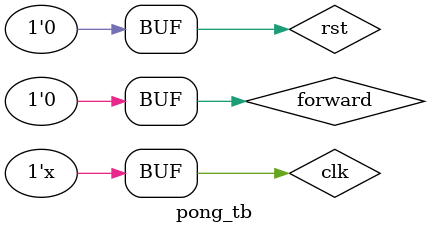
<source format=sv>
module pong_tb;

  `timescale 1ns / 100ps

  // Declare logics
  logic forward;
  logic clk;
  logic rst;
  logic [3:0]vga_red;
  logic [3:0]vga_green;
  logic [3:0]vga_blue;
  logic vga_hsync;
  logic vga_vsync;

  // Test stimulus
  initial begin
    clk = 0;
    rst = 0;
    forward = 0;
    #60 rst = 1;
    #1000 rst = 0;
  end


  // Instantiate the DUT
  testing poging (
    clk,
    rst,
    forward,
    vga_red[3:0],
    vga_green[3:0],
    vga_blue[3:0],
    vga_hsync,
    vga_vsync
    );

  // Clock generation: 50 MHz clock (20 ns period)
  always #10 clk = ~clk;




endmodule

</source>
